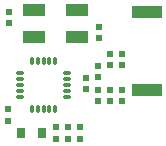
<source format=gbp>
%FSLAX25Y25*%
%MOIN*%
G70*
G01*
G75*
G04 Layer_Color=128*
%ADD10R,0.12992X0.12992*%
%ADD11O,0.02756X0.00984*%
%ADD12O,0.00984X0.02756*%
%ADD13R,0.02953X0.03543*%
%ADD14R,0.02362X0.02362*%
%ADD15R,0.04134X0.05906*%
%ADD16R,0.02362X0.02362*%
%ADD17R,0.04724X0.02362*%
%ADD18C,0.00600*%
%ADD19C,0.01000*%
%ADD20C,0.00800*%
%ADD21C,0.02000*%
%ADD22R,0.01575X0.00192*%
%ADD23R,0.00353X0.00189*%
%ADD24C,0.03937*%
%ADD25R,0.03937X0.03937*%
%ADD26R,0.03937X0.03937*%
%ADD27C,0.02400*%
%ADD28C,0.04000*%
%ADD29R,0.13000X0.57500*%
%ADD30C,0.04362*%
G04:AMPARAMS|DCode=31|XSize=47.622mil|YSize=47.622mil|CornerRadius=0mil|HoleSize=0mil|Usage=FLASHONLY|Rotation=0.000|XOffset=0mil|YOffset=0mil|HoleType=Round|Shape=Relief|Width=10mil|Gap=4mil|Entries=4|*
%AMTHD31*
7,0,0,0.04762,0.03962,0.01000,45*
%
%ADD31THD31*%
%ADD32C,0.03200*%
G04:AMPARAMS|DCode=33|XSize=36mil|YSize=36mil|CornerRadius=0mil|HoleSize=0mil|Usage=FLASHONLY|Rotation=0.000|XOffset=0mil|YOffset=0mil|HoleType=Round|Shape=Relief|Width=10mil|Gap=4mil|Entries=4|*
%AMTHD33*
7,0,0,0.03600,0.02800,0.01000,45*
%
%ADD33THD33*%
%ADD34R,0.10000X0.04000*%
%ADD35O,0.01181X0.03150*%
%ADD36O,0.03150X0.01181*%
%ADD37R,0.07480X0.04331*%
%ADD38R,0.00503X0.00180*%
%ADD39R,0.00237X0.00346*%
%ADD40R,0.00628X0.00256*%
%ADD41R,0.00542X0.00559*%
%ADD42R,0.00369X0.00562*%
%ADD43C,0.00984*%
%ADD44C,0.00787*%
%ADD45R,0.08992X0.08992*%
%ADD46R,0.13792X0.13792*%
%ADD47O,0.03256X0.01484*%
%ADD48O,0.01484X0.03256*%
%ADD49R,0.03753X0.04343*%
%ADD50R,0.03162X0.03162*%
%ADD51R,0.04934X0.06706*%
%ADD52R,0.03162X0.03162*%
%ADD53R,0.05524X0.03162*%
%ADD54C,0.04737*%
%ADD55R,0.04737X0.04737*%
%ADD56R,0.04737X0.04737*%
%ADD57R,0.10800X0.04800*%
%ADD58O,0.01981X0.03950*%
%ADD59O,0.03950X0.01981*%
%ADD60R,0.08280X0.05131*%
D13*
X818555Y372000D02*
D03*
X825445D02*
D03*
D14*
X838000Y370031D02*
D03*
Y373969D02*
D03*
X844000Y382531D02*
D03*
Y386469D02*
D03*
X852000D02*
D03*
Y382531D02*
D03*
X848000D02*
D03*
Y386469D02*
D03*
X844000Y394468D02*
D03*
Y390531D02*
D03*
X840000Y386531D02*
D03*
Y390469D02*
D03*
X814000Y376031D02*
D03*
Y379969D02*
D03*
X830000Y373969D02*
D03*
Y370031D02*
D03*
X834000Y373969D02*
D03*
Y370031D02*
D03*
X848000Y394531D02*
D03*
Y398468D02*
D03*
X852000Y394531D02*
D03*
Y398468D02*
D03*
X814500Y412468D02*
D03*
Y408532D02*
D03*
X844500Y403532D02*
D03*
Y407469D02*
D03*
D34*
X860500Y386500D02*
D03*
Y412500D02*
D03*
D35*
X822063Y380126D02*
D03*
X824032D02*
D03*
X826000D02*
D03*
X827969D02*
D03*
X829937D02*
D03*
Y395874D02*
D03*
X827969D02*
D03*
X826000D02*
D03*
X824032D02*
D03*
X822063D02*
D03*
D36*
X833874Y384063D02*
D03*
Y386032D02*
D03*
Y388000D02*
D03*
Y389968D02*
D03*
Y391937D02*
D03*
X818126D02*
D03*
Y389968D02*
D03*
Y388000D02*
D03*
Y386032D02*
D03*
Y384063D02*
D03*
D37*
X837284Y413028D02*
D03*
X822717D02*
D03*
Y403972D02*
D03*
X837284D02*
D03*
M02*

</source>
